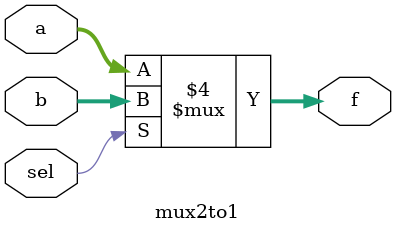
<source format=v>
`timescale 1ns / 1ps


module mux2to1(
                    input wire [3:0] a,
                    input wire [3:0] b,
                    input wire sel,
                    output reg  [3:0] f
                  
              );
                          
     always @(a,b,sel)
     begin    
              if(sel==0)
              f=a;
              else 
              f=b;
     end
              
endmodule

</source>
